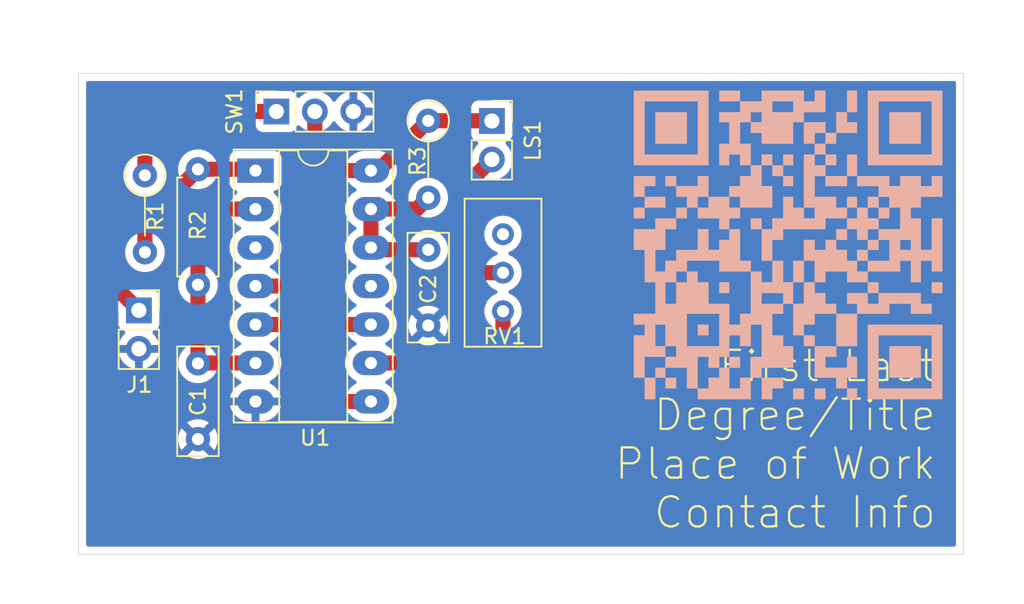
<source format=kicad_pcb>
(kicad_pcb (version 20211014) (generator pcbnew)
  (title_block (title "Business Card") (date "2022-08-22") (rev "2.0"))
  (layers (0 "F.Cu" signal) (31 "B.Cu" signal) (34 "B.Paste" user) (35 "F.Paste" user) (36 "B.SilkS" user "B.Silkscreen") (37 "F.SilkS" user "F.Silkscreen") (38 "B.Mask" user) (39 "F.Mask" user) (44 "Edge.Cuts" user))
  (net 0 "")
  (net 1 "TO_TR_THR_A")
  (net 2 "GND")
  (net 3 "TO_DIS_THR_B")
  (net 4 "+BATT")
  (net 5 "Net-(LS1-Pad2)")
  (net 6 "TO_DIS_A")
  (net 7 "TO_SPEAKER")
  (net 10 "TO_TR_B")
  (net 12 "+9V")
  (footprint "Connector_PinSocket_2.54mm:PinSocket_1x02_P2.54mm_Vertical" (layer "F.Cu") (at 137.965 96.085)
    (fp_text reference "J1" (at 0.035 4.915) (layer "F.SilkS"))
    (fp_text value "Conn_01x02")
    (fp_line (start -1.33 1.27) (end 1.33 1.27) (layer "F.SilkS") (width 0.12))
    (fp_line (start -1.33 1.27) (end -1.33 3.87) (layer "F.SilkS") (width 0.12))
    (fp_line (start 1.33 -1.33) (end 1.33 0) (layer "F.SilkS") (width 0.12))
    (fp_line (start -1.33 3.87) (end 1.33 3.87) (layer "F.SilkS") (width 0.12))
    (fp_line (start 1.33 1.27) (end 1.33 3.87) (layer "F.SilkS") (width 0.12))
    (fp_line (start 0 -1.33) (end 1.33 -1.33) (layer "F.SilkS") (width 0.12))
    (pad "1" thru_hole rect (at 0 0) (size 1.7 1.7) (drill 1) (layers *.Cu *.Mask) (net 4 "+BATT"))
    (pad "2" thru_hole oval (at 0 2.54) (size 1.7 1.7) (drill 1) (layers *.Cu *.Mask) (net 2 "GND"))
  )
  (footprint "Resistor_THT:R_Axial_DIN0207_L6.3mm_D2.5mm_P5.08mm_Vertical" (layer "F.Cu") (at 157.065 83.57 -90)
    (fp_text reference "R3" (at 2.675 0.7 90) (layer "F.SilkS"))
    (fp_text value "R_Photo")
    (fp_line (start 1.37 0) (end 3.98 0) (layer "F.SilkS") (width 0.12))
    (fp_circle (center 0 0) (end 1.37 0) (layer "F.SilkS") (width 0.12) (fill none))
    (pad "1" thru_hole circle (at 0 0 270) (size 1.6 1.6) (drill 0.8) (layers *.Cu *.Mask) (net 12 "+9V"))
    (pad "2" thru_hole oval (at 5.08 0 270) (size 1.6 1.6) (drill 0.8) (layers *.Cu *.Mask) (net 3 "TO_DIS_THR_B"))
  )
  (footprint "Connector_PinSocket_2.54mm:PinSocket_1x03_P2.54mm_Vertical" (layer "F.Cu") (at 147.04 82.96 90)
    (fp_text reference "SW1" (at 0 -2.77 90) (layer "F.SilkS"))
    (fp_text value "SW_SPDT")
    (fp_line (start -1.33 6.41) (end 1.33 6.41) (layer "F.SilkS") (width 0.12))
    (fp_line (start 0 -1.33) (end 1.33 -1.33) (layer "F.SilkS") (width 0.12))
    (fp_line (start -1.33 1.27) (end 1.33 1.27) (layer "F.SilkS") (width 0.12))
    (fp_line (start -1.33 1.27) (end -1.33 6.41) (layer "F.SilkS") (width 0.12))
    (fp_line (start 1.33 1.27) (end 1.33 6.41) (layer "F.SilkS") (width 0.12))
    (fp_line (start 1.33 -1.33) (end 1.33 0) (layer "F.SilkS") (width 0.12))
    (pad "1" thru_hole rect (at 0 0 90) (size 1.7 1.7) (drill 1) (layers *.Cu *.Mask) (net 4 "+BATT"))
    (pad "2" thru_hole oval (at 0 2.54 90) (size 1.7 1.7) (drill 1) (layers *.Cu *.Mask) (net 12 "+9V"))
    (pad "3" thru_hole oval (at 0 5.08 90) (size 1.7 1.7) (drill 1) (layers *.Cu *.Mask) (net 2 "GND"))
  )
  (footprint "Package_DIP:DIP-14_W7.62mm_Socket_LongPads" (layer "F.Cu") (at 145.665 86.86)
    (fp_text reference "U1" (at 3.935 17.64) (layer "F.SilkS"))
    (fp_text value "NE556")
    (fp_line (start -1.44 -1.39) (end -1.44 16.63) (layer "F.SilkS") (width 0.12))
    (fp_line (start 9.06 -1.39) (end -1.44 -1.39) (layer "F.SilkS") (width 0.12))
    (fp_line (start 6.06 -1.33) (end 4.81 -1.33) (layer "F.SilkS") (width 0.12))
    (fp_line (start 9.06 16.63) (end 9.06 -1.39) (layer "F.SilkS") (width 0.12))
    (fp_line (start 1.56 16.57) (end 6.06 16.57) (layer "F.SilkS") (width 0.12))
    (fp_line (start 1.56 -1.33) (end 1.56 16.57) (layer "F.SilkS") (width 0.12))
    (fp_line (start -1.44 16.63) (end 9.06 16.63) (layer "F.SilkS") (width 0.12))
    (fp_line (start 2.81 -1.33) (end 1.56 -1.33) (layer "F.SilkS") (width 0.12))
    (fp_line (start 6.06 16.57) (end 6.06 -1.33) (layer "F.SilkS") (width 0.12))
    (fp_arc (start 4.81 -1.33) (mid 3.81 -0.33) (end 2.81 -1.33) (layer "F.SilkS") (width 0.12))
    (pad "1" thru_hole rect (at 0 0) (size 2.4 1.6) (drill 0.8) (layers *.Cu *.Mask) (net 6 "TO_DIS_A"))
    (pad "2" thru_hole oval (at 0 2.54) (size 2.4 1.6) (drill 0.8) (layers *.Cu *.Mask) (net 1 "TO_TR_THR_A"))
    (pad "3" thru_hole oval (at 0 5.08) (size 2.4 1.6) (drill 0.8) (layers *.Cu *.Mask))
    (pad "4" thru_hole oval (at 0 7.62) (size 2.4 1.6) (drill 0.8) (layers *.Cu *.Mask) (net 12 "+9V"))
    (pad "5" thru_hole oval (at 0 10.16) (size 2.4 1.6) (drill 0.8) (layers *.Cu *.Mask) (net 10 "TO_TR_B"))
    (pad "6" thru_hole oval (at 0 12.7) (size 2.4 1.6) (drill 0.8) (layers *.Cu *.Mask) (net 1 "TO_TR_THR_A"))
    (pad "7" thru_hole oval (at 0 15.24) (size 2.4 1.6) (drill 0.8) (layers *.Cu *.Mask) (net 2 "GND"))
    (pad "8" thru_hole oval (at 7.62 15.24) (size 2.4 1.6) (drill 0.8) (layers *.Cu *.Mask) (net 10 "TO_TR_B"))
    (pad "9" thru_hole oval (at 7.62 12.7) (size 2.4 1.6) (drill 0.8) (layers *.Cu *.Mask) (net 7 "TO_SPEAKER"))
    (pad "10" thru_hole oval (at 7.62 10.16) (size 2.4 1.6) (drill 0.8) (layers *.Cu *.Mask) (net 12 "+9V"))
    (pad "11" thru_hole oval (at 7.62 7.62) (size 2.4 1.6) (drill 0.8) (layers *.Cu *.Mask))
    (pad "12" thru_hole oval (at 7.62 5.08) (size 2.4 1.6) (drill 0.8) (layers *.Cu *.Mask) (net 3 "TO_DIS_THR_B"))
    (pad "13" thru_hole oval (at 7.62 2.54) (size 2.4 1.6) (drill 0.8) (layers *.Cu *.Mask) (net 3 "TO_DIS_THR_B"))
    (pad "14" thru_hole oval (at 7.62 0) (size 2.4 1.6) (drill 0.8) (layers *.Cu *.Mask) (net 12 "+9V"))
  )
  (footprint "Capacitor_THT:C_Disc_D7.0mm_W2.5mm_P5.00mm" (layer "F.Cu") (at 157.065 92.085 -90)
    (fp_text reference "C2" (at 2.6 0 90) (layer "F.SilkS"))
    (fp_text value "0.22u")
    (fp_line (start -1.12 1.37) (end 6.12 1.37) (layer "F.SilkS") (width 0.12))
    (fp_line (start 6.12 -1.37) (end 6.12 1.37) (layer "F.SilkS") (width 0.12))
    (fp_line (start -1.12 -1.37) (end -1.12 1.37) (layer "F.SilkS") (width 0.12))
    (fp_line (start -1.12 -1.37) (end 6.12 -1.37) (layer "F.SilkS") (width 0.12))
    (pad "1" thru_hole circle (at 0 0 270) (size 1.6 1.6) (drill 0.8) (layers *.Cu *.Mask) (net 3 "TO_DIS_THR_B"))
    (pad "2" thru_hole circle (at 5 0 270) (size 1.6 1.6) (drill 0.8) (layers *.Cu *.Mask) (net 2 "GND"))
  )
  (footprint "Resistor_THT:R_Axial_DIN0207_L6.3mm_D2.5mm_P5.08mm_Vertical" (layer "F.Cu") (at 138.365 87.17 -90)
    (fp_text reference "R1" (at 2.715 -0.7 90) (layer "F.SilkS"))
    (fp_text value "R_Photo")
    (fp_line (start 1.37 0) (end 3.98 0) (layer "F.SilkS") (width 0.12))
    (fp_circle (center 0 0) (end 1.37 0) (layer "F.SilkS") (width 0.12) (fill none))
    (pad "1" thru_hole circle (at 0 0 270) (size 1.6 1.6) (drill 0.8) (layers *.Cu *.Mask) (net 12 "+9V"))
    (pad "2" thru_hole oval (at 5.08 0 270) (size 1.6 1.6) (drill 0.8) (layers *.Cu *.Mask) (net 6 "TO_DIS_A"))
  )
  (footprint "Potentiometer_THT:Potentiometer_Bourns_3386C_Horizontal" (layer "F.Cu") (at 162 96.14 180)
    (fp_text reference "RV1" (at -0.1 -1.66) (layer "F.SilkS"))
    (fp_text value "5k")
    (fp_line (start -2.535 -2.345) (end 2.535 -2.345) (layer "F.SilkS") (width 0.12))
    (fp_line (start 2.535 -2.345) (end 2.535 7.425) (layer "F.SilkS") (width 0.12))
    (fp_line (start -2.535 -2.345) (end -2.535 7.425) (layer "F.SilkS") (width 0.12))
    (fp_line (start -2.535 7.425) (end 2.535 7.425) (layer "F.SilkS") (width 0.12))
    (pad "1" thru_hole circle (at 0 0 180) (size 1.44 1.44) (drill 0.8) (layers *.Cu *.Mask) (net 7 "TO_SPEAKER"))
    (pad "2" thru_hole circle (at 0 2.54 180) (size 1.44 1.44) (drill 0.8) (layers *.Cu *.Mask) (net 5 "Net-(LS1-Pad2)"))
    (pad "3" thru_hole circle (at 0 5.08 180) (size 1.44 1.44) (drill 0.8) (layers *.Cu *.Mask))
  )
  (footprint "QR_CODE:qrcode_github" (layer "F.Cu") (at 180.72 91.36)
    (fp_text reference "G***" hide)
    (fp_text value "LOGO" hide)
    (fp_poly (pts (xy -10.0838 -1.3462) (xy -9.3726 -1.3462) (xy -9.3726 -2.0574) (xy -10.0838 -2.0574) (xy -10.0838 -1.3462)) (layer "B.SilkS") (width 0.01) (fill solid))
    (fp_poly (pts (xy -5.8674 6.3754) (xy -5.1562 6.3754) (xy -5.1562 5.6642) (xy -5.8674 5.6642) (xy -5.8674 6.3754)) (layer "B.SilkS") (width 0.01) (fill solid))
    (fp_poly (pts (xy -1.651 -4.8514) (xy -0.9398 -4.8514) (xy -0.9398 -5.5626) (xy -1.651 -5.5626) (xy -1.651 -4.8514)) (layer "B.SilkS") (width 0.01) (fill solid))
    (fp_poly (pts (xy 9.5758 3.5814) (xy 10.287 3.5814) (xy 10.287 2.8702) (xy 9.5758 2.8702) (xy 9.5758 3.5814)) (layer "B.SilkS") (width 0.01) (fill solid))
    (fp_poly (pts (xy -0.2286 -4.8514) (xy 0.4318 -4.8514) (xy 0.4318 -5.5626) (xy -0.2286 -5.5626) (xy -0.2286 -4.8514)) (layer "B.SilkS") (width 0.01) (fill solid))
    (fp_poly (pts (xy -10.0838 -2.7686) (xy -9.3726 -2.7686) (xy -9.3726 -3.4798) (xy -8.6614 -3.4798) (xy -8.6614 -4.1402) (xy -10.0838 -4.1402) (xy -10.0838 -2.7686)) (layer "B.SilkS") (width 0.01) (fill solid))
    (fp_poly (pts (xy -4.445 3.5814) (xy -3.7846 3.5814) (xy -3.7846 2.8702) (xy -4.445 2.8702) (xy -4.445 3.5814)) (layer "B.SilkS") (width 0.01) (fill solid))
    (fp_poly (pts (xy -4.445 -9.0678) (xy -3.0734 -9.0678) (xy -3.0734 -9.779) (xy -4.445 -9.779) (xy -4.445 -9.0678)) (layer "B.SilkS") (width 0.01) (fill solid))
    (fp_poly (pts (xy 3.2766 0.0762) (xy 3.9878 0.0762) (xy 3.9878 -0.635) (xy 3.2766 -0.635) (xy 3.2766 0.0762)) (layer "B.SilkS") (width 0.01) (fill solid))
    (fp_poly (pts (xy 3.9878 10.5918) (xy 4.6482 10.5918) (xy 4.6482 9.8806) (xy 3.9878 9.8806) (xy 3.9878 10.5918)) (layer "B.SilkS") (width 0.01) (fill solid))
    (fp_poly (pts (xy -8.001 8.509) (xy -6.5786 8.509) (xy -6.5786 9.8806) (xy -5.8674 9.8806) (xy -5.8674 10.5918) (xy -2.3622 10.5918) (xy -2.3622 9.1694) (xy -1.651 9.1694) (xy -1.651 8.509) (xy 0.4318 8.509) (xy 0.4318 7.0866) (xy -0.2286 7.0866) (xy -0.2286 6.3754) (xy -0.9398 6.3754) (xy -0.9398 5.6642) (xy -1.651 5.6642) (xy -1.651 7.7978) (xy -2.3622 7.7978) (xy -2.3622 9.1694) (xy -3.0734 9.1694) (xy -3.0734 9.8806) (xy -3.7846 9.8806) (xy -3.7846 8.509) (xy -4.445 8.509) (xy -4.445 9.1694) (xy -5.1562 9.1694) (xy -5.1562 9.8806) (xy -5.8674 9.8806) (xy -5.8674 7.7978) (xy -5.1562 7.7978) (xy -5.1562 8.509) (xy -4.445 8.509) (xy -4.445 7.7978) (xy -3.7846 7.7978) (xy -3.7846 6.3754) (xy -3.0734 6.3754) (xy -3.0734 7.0866) (xy -2.3622 7.0866) (xy -2.3622 5.6642) (xy -1.651 5.6642) (xy -0.9398 5.6642) (xy -0.9398 4.953) (xy -0.2286 4.953) (xy -0.2286 4.2926) (xy 0.4318 4.2926) (xy 0.4318 6.3754) (xy 1.143 6.3754) (xy 1.143 7.0866) (xy 1.8542 7.0866) (xy 1.8542 9.1694) (xy 3.2766 9.1694) (xy 3.2766 9.8806) (xy 3.9878 9.8806) (xy 3.9878 9.1694) (xy 4.6482 9.1694) (xy 4.6482 7.7978) (xy 3.9878 7.7978) (xy 3.9878 8.509) (xy 2.5654 8.509) (xy 2.5654 7.7978) (xy 3.2766 7.7978) (xy 3.2766 7.0866) (xy 4.6482 7.0866) (xy 4.6482 4.953) (xy 6.7818 4.953) (xy 6.7818 4.2926) (xy 8.2042 4.2926) (xy 8.2042 4.953) (xy 9.5758 4.953) (xy 9.5758 4.2926) (xy 8.8646 4.2926) (xy 8.8646 3.5814) (xy 6.0706 3.5814) (xy 6.0706 4.2926) (xy 5.3594 4.2926) (xy 5.3594 3.5814) (xy 6.0706 3.5814) (xy 6.0706 2.8702) (xy 5.3594 2.8702) (xy 5.3594 3.5814) (xy 3.9878 3.5814) (xy 3.9878 4.2926) (xy 4.6482 4.2926) (xy 4.6482 4.953) (xy 3.2766 4.953) (xy 3.2766 7.0866) (xy 1.8542 7.0866) (xy 1.8542 6.3754) (xy 1.143 6.3754) (xy 1.143 5.6642) (xy 1.8542 5.6642) (xy 1.8542 4.953) (xy 3.2766 4.953) (xy 3.2766 4.2926) (xy 2.5654 4.2926) (xy 2.5654 3.5814) (xy 1.8542 3.5814) (xy 1.8542 2.8702) (xy 2.5654 2.8702) (xy 2.5654 2.159) (xy 3.9878 2.159) (xy 3.9878 2.8702) (xy 5.3594 2.8702) (xy 5.3594 2.159) (xy 7.493 2.159) (xy 7.493 1.4478) (xy 8.2042 1.4478) (xy 8.2042 2.8702) (xy 8.8646 2.8702) (xy 8.8646 1.4478) (xy 9.5758 1.4478) (xy 9.5758 2.159) (xy 10.287 2.159) (xy 10.287 -1.3462) (xy 9.5758 -1.3462) (xy 9.5758 0.7366) (xy 8.8646 0.7366) (xy 8.8646 0.0762) (xy 8.2042 0.0762) (xy 8.2042 0.7366) (xy 7.493 0.7366) (xy 7.493 0.0762) (xy 8.2042 0.0762) (xy 8.8646 0.0762) (xy 8.8646 -1.3462) (xy 8.2042 -1.3462) (xy 8.2042 -2.0574) (xy 7.493 -2.0574) (xy 7.493 -0.635) (xy 6.0706 -0.635) (xy 6.0706 0.0762) (xy 6.7818 0.0762) (xy 6.7818 1.4478) (xy 5.3594 1.4478) (xy 5.3594 2.159) (xy 4.6482 2.159) (xy 4.6482 1.4478) (xy 3.9878 1.4478) (xy 3.9878 0.7366) (xy 3.2766 0.7366) (xy 3.2766 0.0762) (xy 2.5654 0.0762) (xy 2.5654 0.7366) (xy 1.8542 0.7366) (xy 1.8542 0.0762) (xy 1.143 0.0762) (xy 1.143 1.4478) (xy 1.8542 1.4478) (xy 1.8542 2.8702) (xy 1.143 2.8702) (xy 1.143 4.2926) (xy 0.4318 4.2926) (xy 0.4318 3.5814) (xy -0.2286 3.5814) (xy -0.2286 4.2926) (xy -1.651 4.2926) (xy -1.651 3.5814) (xy -0.2286 3.5814) (xy 0.4318 3.5814) (xy 0.4318 2.8702) (xy -0.2286 2.8702) (xy -0.2286 1.4478) (xy -0.9398 1.4478) (xy -0.9398 0.0762) (xy -0.2286 0.0762) (xy -0.2286 -0.635) (xy 2.5654 -0.635) (xy 2.5654 -1.3462) (xy 3.9878 -1.3462) (xy 3.9878 -2.0574) (xy 3.2766 -2.0574) (xy 1.8542 -2.0574) (xy 1.8542 -1.3462) (xy 1.143 -1.3462) (xy 1.143 -2.0574) (xy 1.8542 -2.0574) (xy 3.2766 -2.0574) (xy 3.2766 -2.7686) (xy 1.8542 -2.7686) (xy 1.8542 -4.1402) (xy 2.5654 -4.1402) (xy 2.5654 -3.4798) (xy 3.9878 -3.4798) (xy 3.9878 -4.1402) (xy 4.6482 -4.1402) (xy 4.6482 -3.4798) (xy 6.0706 -3.4798) (xy 6.0706 -2.7686) (xy 6.7818 -2.7686) (xy 6.7818 -2.0574) (xy 7.493 -2.0574) (xy 8.2042 -2.0574) (xy 8.8646 -2.0574) (xy 8.8646 -2.7686) (xy 10.287 -2.7686) (xy 10.287 -4.1402) (xy 9.5758 -4.1402) (xy 9.5758 -3.4798) (xy 8.8646 -3.4798) (xy 8.8646 -4.1402) (xy 7.493 -4.1402) (xy 7.493 -3.4798) (xy 6.7818 -3.4798) (xy 6.7818 -4.1402) (xy 4.6482 -4.1402) (xy 4.6482 -5.5626) (xy 3.9878 -5.5626) (xy 3.9878 -4.1402) (xy 2.5654 -4.1402) (xy 2.5654 -4.8514) (xy 3.2766 -4.8514) (xy 3.2766 -5.5626) (xy 2.5654 -5.5626) (xy 2.5654 -4.8514) (xy 1.8542 -4.8514) (xy 1.8542 -5.5626) (xy 2.5654 -5.5626) (xy 2.5654 -6.2738) (xy 3.2766 -6.2738) (xy 3.2766 -6.985) (xy 2.5654 -6.985) (xy 2.5654 -6.2738) (xy 1.8542 -6.2738) (xy 1.8542 -5.5626) (xy 1.143 -5.5626) (xy 1.143 -2.0574) (xy 0.4318 -2.0574) (xy 0.4318 -2.7686) (xy -0.2286 -2.7686) (xy -0.2286 -1.3462) (xy -0.9398 -1.3462) (xy -0.9398 -0.635) (xy -1.651 -0.635) (xy -1.651 1.4478) (xy -0.9398 1.4478) (xy -0.9398 2.8702) (xy -1.651 2.8702) (xy -1.651 2.159) (xy -2.3622 2.159) (xy -2.3622 4.953) (xy -3.0734 4.953) (xy -3.0734 5.6642) (xy -3.7846 5.6642) (xy -3.7846 4.953) (xy -4.445 4.953) (xy -4.445 7.0866) (xy -6.5786 7.0866) (xy -7.2898 7.0866) (xy -7.2898 7.7978) (xy -8.001 7.7978) (xy -8.001 8.509) (xy -8.6614 8.509) (xy -8.6614 9.1694) (xy -9.3726 9.1694) (xy -9.3726 7.7978) (xy -8.001 7.7978) (xy -8.001 7.0866) (xy -7.2898 7.0866) (xy -6.5786 7.0866) (xy -6.5786 5.6642) (xy -8.001 5.6642) (xy -8.001 7.0866) (xy -8.6614 7.0866) (xy -8.6614 5.6642) (xy -8.001 5.6642) (xy -6.5786 5.6642) (xy -6.5786 4.953) (xy -4.445 4.953) (xy -3.7846 4.953) (xy -3.7846 4.2926) (xy -5.1562 4.2926) (xy -5.1562 2.8702) (xy -5.8674 2.8702) (xy -5.8674 2.159) (xy -6.5786 2.159) (xy -6.5786 2.8702) (xy -7.2898 2.8702) (xy -7.2898 4.2926) (xy -8.001 4.2926) (xy -8.001 2.8702) (xy -7.2898 2.8702) (xy -7.2898 2.159) (xy -6.5786 2.159) (xy -6.5786 1.4478) (xy -4.445 1.4478) (xy -4.445 2.159) (xy -2.3622 2.159) (xy -2.3622 1.4478) (xy -3.0734 1.4478) (xy -3.0734 -0.635) (xy -3.7846 -0.635) (xy -3.7846 0.0762) (xy -4.445 0.0762) (xy -4.445 0.7366) (xy -5.1562 0.7366) (xy -5.1562 -0.635) (xy -5.8674 -0.635) (xy -5.8674 0.7366) (xy -7.2898 0.7366) (xy -7.2898 1.4478) (xy -8.001 1.4478) (xy -8.001 2.159) (xy -8.6614 2.159) (xy -8.6614 0.7366) (xy -8.001 0.7366) (xy -8.001 -0.635) (xy -7.2898 -0.635) (xy -7.2898 -1.3462) (xy -6.5786 -1.3462) (xy -6.5786 -2.0574) (xy -5.8674 -2.0574) (xy -5.8674 -1.3462) (xy -4.445 -1.3462) (xy -4.445 -0.635) (xy -3.7846 -0.635) (xy -3.7846 -1.3462) (xy -3.0734 -1.3462) (xy -3.0734 -2.0574) (xy -0.9398 -2.0574) (xy -0.9398 -2.7686) (xy -3.0734 -2.7686) (xy -3.0734 -2.0574) (xy -3.7846 -2.0574) (xy -3.7846 -2.7686) (xy -3.0734 -2.7686) (xy -0.9398 -2.7686) (xy -0.9398 -3.4798) (xy -1.651 -3.4798) (xy -1.651 -4.8514) (xy -2.3622 -4.8514) (xy -2.3622 -6.2738) (xy -3.0734 -6.2738) (xy -3.0734 -7.6962) (xy -2.3622 -7.6962) (xy -2.3622 -6.985) (xy -1.651 -6.985) (xy -1.651 -6.2738) (xy 0.4318 -6.2738) (xy 0.4318 -7.6962) (xy 1.143 -7.6962) (xy 1.143 -6.2738) (xy 1.8542 -6.2738) (xy 1.8542 -6.985) (xy 2.5654 -6.985) (xy 2.5654 -7.6962) (xy 1.143 -7.6962) (xy 1.143 -8.3566) (xy 2.5654 -8.3566) (xy 2.5654 -9.779) (xy 1.8542 -9.779) (xy 1.8542 -9.0678) (xy 1.143 -9.0678) (xy 0.4318 -9.0678) (xy 0.4318 -8.3566) (xy -0.9398 -8.3566) (xy -1.651 -8.3566) (xy -1.651 -7.6962) (xy -2.3622 -7.6962) (xy -2.3622 -8.3566) (xy -1.651 -8.3566) (xy -0.9398 -8.3566) (xy -0.9398 -9.0678) (xy 0.4318 -9.0678) (xy 1.143 -9.0678) (xy 1.143 -9.779) (xy -1.651 -9.779) (xy -1.651 -9.0678) (xy -3.0734 -9.0678) (xy -3.0734 -8.3566) (xy -4.445 -8.3566) (xy -4.445 -7.6962) (xy -3.7846 -7.6962) (xy -3.7846 -6.2738) (xy -4.445 -6.2738) (xy -4.445 -4.8514) (xy -3.7846 -4.8514) (xy -3.7846 -5.5626) (xy -3.0734 -5.5626) (xy -3.0734 -4.8514) (xy -2.3622 -4.8514) (xy -2.3622 -4.1402) (xy -3.0734 -4.1402) (xy -3.0734 -3.4798) (xy -3.7846 -3.4798) (xy -3.7846 -2.7686) (xy -5.1562 -2.7686) (xy -5.1562 -2.0574) (xy -5.8674 -2.0574) (xy -5.8674 -2.7686) (xy -5.1562 -2.7686) (xy -5.1562 -4.1402) (xy -5.8674 -4.1402) (xy -5.8674 -3.4798) (xy -7.2898 -3.4798) (xy -7.2898 -2.7686) (xy -6.5786 -2.7686) (xy -6.5786 -2.0574) (xy -7.2898 -2.0574) (xy -7.2898 -1.3462) (xy -8.6614 -1.3462) (xy -8.6614 -0.635) (xy -10.0838 -0.635) (xy -10.0838 0.7366) (xy -9.3726 0.7366) (xy -9.3726 2.8702) (xy -8.6614 2.8702) (xy -8.6614 4.953) (xy -10.0838 4.953) (xy -10.0838 5.6642) (xy -9.3726 5.6642) (xy -9.3726 6.3754) (xy -10.0838 6.3754) (xy -10.0838 9.1694) (xy -9.3726 9.1694) (xy -9.3726 10.5918) (xy -8.6614 10.5918) (xy -8.6614 9.1694) (xy -8.001 9.1694) (xy -8.001 8.509)) (layer "B.SilkS") (width 0.01) (fill solid))
    (fp_poly (pts (xy -0.2286 -3.4798) (xy 0.4318 -3.4798) (xy 0.4318 -4.1402) (xy -0.2286 -4.1402) (xy -0.2286 -3.4798)) (layer "B.SilkS") (width 0.01) (fill solid))
    (fp_poly (pts (xy 3.2766 -6.985) (xy 4.6482 -6.985) (xy 4.6482 -7.6962) (xy 3.9878 -7.6962) (xy 3.9878 -8.3566) (xy 3.2766 -8.3566) (xy 3.2766 -6.985)) (layer "B.SilkS") (width 0.01) (fill solid))
    (fp_poly (pts (xy 6.7818 -6.2738) (xy 8.8646 -6.2738) (xy 8.8646 -8.3566) (xy 6.7818 -8.3566) (xy 6.7818 -6.2738)) (layer "B.SilkS") (width 0.01) (fill solid))
    (fp_poly (pts (xy -8.001 -3.4798) (xy -7.2898 -3.4798) (xy -7.2898 -4.1402) (xy -8.001 -4.1402) (xy -8.001 -3.4798)) (layer "B.SilkS") (width 0.01) (fill solid))
    (fp_poly (pts (xy -3.7846 8.509) (xy -3.0734 8.509) (xy -3.0734 7.7978) (xy -3.7846 7.7978) (xy -3.7846 8.509)) (layer "B.SilkS") (width 0.01) (fill solid))
    (fp_poly (pts (xy 4.6482 1.4478) (xy 5.3594 1.4478) (xy 5.3594 0.7366) (xy 4.6482 0.7366) (xy 4.6482 1.4478)) (layer "B.SilkS") (width 0.01) (fill solid))
    (fp_poly (pts (xy 5.3594 10.5918) (xy 10.287 10.5918) (xy 10.287 6.3754) (xy 9.5758 6.3754) (xy 9.5758 9.8806) (xy 6.0706 9.8806) (xy 6.0706 6.3754) (xy 9.5758 6.3754) (xy 10.287 6.3754) (xy 10.287 5.6642) (xy 5.3594 5.6642) (xy 5.3594 10.5918)) (layer "B.SilkS") (width 0.01) (fill solid))
    (fp_poly (pts (xy 6.7818 9.1694) (xy 8.8646 9.1694) (xy 8.8646 7.0866) (xy 6.7818 7.0866) (xy 6.7818 9.1694)) (layer "B.SilkS") (width 0.01) (fill solid))
    (fp_poly (pts (xy -1.651 10.5918) (xy -0.9398 10.5918) (xy -0.9398 9.8806) (xy -0.2286 9.8806) (xy -0.2286 9.1694) (xy -1.651 9.1694) (xy -1.651 10.5918)) (layer "B.SilkS") (width 0.01) (fill solid))
    (fp_poly (pts (xy -10.0838 -4.8514) (xy -5.1562 -4.8514) (xy -5.1562 -9.0678) (xy -5.8674 -9.0678) (xy -5.8674 -5.5626) (xy -9.3726 -5.5626) (xy -9.3726 -9.0678) (xy -5.8674 -9.0678) (xy -5.1562 -9.0678) (xy -5.1562 -9.779) (xy -10.0838 -9.779) (xy -10.0838 -4.8514)) (layer "B.SilkS") (width 0.01) (fill solid))
    (fp_poly (pts (xy 3.9878 -2.0574) (xy 4.6482 -2.0574) (xy 4.6482 -2.7686) (xy 3.9878 -2.7686) (xy 3.9878 -2.0574)) (layer "B.SilkS") (width 0.01) (fill solid))
    (fp_poly (pts (xy 4.6482 -2.0574) (xy 4.6482 -1.3462) (xy 3.9878 -1.3462) (xy 3.9878 -0.635) (xy 4.6482 -0.635) (xy 4.6482 0.0762) (xy 5.3594 0.0762) (xy 5.3594 -0.635) (xy 6.0706 -0.635) (xy 6.0706 -1.3462) (xy 6.7818 -1.3462) (xy 6.7818 -2.0574) (xy 6.0706 -2.0574) (xy 6.0706 -1.3462) (xy 5.3594 -1.3462) (xy 5.3594 -2.0574) (xy 6.0706 -2.0574) (xy 6.0706 -2.7686) (xy 5.3594 -2.7686) (xy 5.3594 -2.0574) (xy 4.6482 -2.0574)) (layer "B.SilkS") (width 0.01) (fill solid))
    (fp_poly (pts (xy 1.8542 10.5918) (xy 2.5654 10.5918) (xy 2.5654 9.8806) (xy 1.8542 9.8806) (xy 1.8542 10.5918)) (layer "B.SilkS") (width 0.01) (fill solid))
    (fp_poly (pts (xy -8.001 9.8806) (xy -7.2898 9.8806) (xy -7.2898 9.1694) (xy -8.001 9.1694) (xy -8.001 9.8806)) (layer "B.SilkS") (width 0.01) (fill solid))
    (fp_poly (pts (xy -8.6614 -6.2738) (xy -6.5786 -6.2738) (xy -6.5786 -8.3566) (xy -8.6614 -8.3566) (xy -8.6614 -6.2738)) (layer "B.SilkS") (width 0.01) (fill solid))
    (fp_poly (pts (xy 3.9878 -8.3566) (xy 4.6482 -8.3566) (xy 4.6482 -9.779) (xy 3.9878 -9.779) (xy 3.9878 -8.3566)) (layer "B.SilkS") (width 0.01) (fill solid))
    (fp_poly (pts (xy 0.4318 2.8702) (xy 1.143 2.8702) (xy 1.143 1.4478) (xy 0.4318 1.4478) (xy 0.4318 2.8702)) (layer "B.SilkS") (width 0.01) (fill solid))
    (fp_poly (pts (xy -0.9398 -4.1402) (xy -0.2286 -4.1402) (xy -0.2286 -4.8514) (xy -0.9398 -4.8514) (xy -0.9398 -4.1402)) (layer "B.SilkS") (width 0.01) (fill solid))
    (fp_poly (pts (xy -9.3726 -2.0574) (xy -8.001 -2.0574) (xy -8.001 -2.7686) (xy -9.3726 -2.7686) (xy -9.3726 -2.0574)) (layer "B.SilkS") (width 0.01) (fill solid))
    (fp_poly (pts (xy 5.3594 -4.8514) (xy 10.287 -4.8514) (xy 10.287 -9.0678) (xy 9.5758 -9.0678) (xy 9.5758 -5.5626) (xy 6.0706 -5.5626) (xy 6.0706 -9.0678) (xy 9.5758 -9.0678) (xy 10.287 -9.0678) (xy 10.287 -9.779) (xy 5.3594 -9.779) (xy 5.3594 -4.8514)) (layer "B.SilkS") (width 0.01) (fill solid))
    (fp_poly (pts (xy -2.3622 -0.635) (xy -1.651 -0.635) (xy -1.651 -1.3462) (xy -2.3622 -1.3462) (xy -2.3622 -0.635)) (layer "B.SilkS") (width 0.01) (fill solid))
    (fp_poly (pts (xy 5.3594 0.7366) (xy 6.0706 0.7366) (xy 6.0706 0.0762) (xy 5.3594 0.0762) (xy 5.3594 0.7366)) (layer "B.SilkS") (width 0.01) (fill solid))
    (fp_poly (pts (xy 0.4318 10.5918) (xy 1.143 10.5918) (xy 1.143 9.8806) (xy 0.4318 9.8806) (xy 0.4318 10.5918)) (layer "B.SilkS") (width 0.01) (fill solid))
  )
  (footprint "Capacitor_THT:C_Disc_D7.0mm_W2.5mm_P5.00mm" (layer "F.Cu") (at 141.865 99.585 -90)
    (fp_text reference "C1" (at 2.5 0 90) (layer "F.SilkS"))
    (fp_text value "0.22u")
    (fp_line (start -1.12 -1.37) (end -1.12 1.37) (layer "F.SilkS") (width 0.12))
    (fp_line (start -1.12 1.37) (end 6.12 1.37) (layer "F.SilkS") (width 0.12))
    (fp_line (start -1.12 -1.37) (end 6.12 -1.37) (layer "F.SilkS") (width 0.12))
    (fp_line (start 6.12 -1.37) (end 6.12 1.37) (layer "F.SilkS") (width 0.12))
    (pad "1" thru_hole circle (at 0 0 270) (size 1.6 1.6) (drill 0.8) (layers *.Cu *.Mask) (net 1 "TO_TR_THR_A"))
    (pad "2" thru_hole circle (at 5 0 270) (size 1.6 1.6) (drill 0.8) (layers *.Cu *.Mask) (net 2 "GND"))
  )
  (footprint "Connector_PinSocket_2.54mm:PinSocket_1x02_P2.54mm_Vertical" (layer "F.Cu") (at 161.265 83.585)
    (fp_text reference "LS1" (at 2.7 1.3 270) (layer "F.SilkS"))
    (fp_text value "Speaker")
    (fp_line (start -1.33 1.27) (end 1.33 1.27) (layer "F.SilkS") (width 0.12))
    (fp_line (start 0 -1.33) (end 1.33 -1.33) (layer "F.SilkS") (width 0.12))
    (fp_line (start -1.33 3.87) (end 1.33 3.87) (layer "F.SilkS") (width 0.12))
    (fp_line (start 1.33 1.27) (end 1.33 3.87) (layer "F.SilkS") (width 0.12))
    (fp_line (start -1.33 1.27) (end -1.33 3.87) (layer "F.SilkS") (width 0.12))
    (fp_line (start 1.33 -1.33) (end 1.33 0) (layer "F.SilkS") (width 0.12))
    (pad "1" thru_hole rect (at 0 0) (size 1.7 1.7) (drill 1) (layers *.Cu *.Mask) (net 12 "+9V"))
    (pad "2" thru_hole oval (at 0 2.54) (size 1.7 1.7) (drill 1) (layers *.Cu *.Mask) (net 5 "Net-(LS1-Pad2)"))
  )
  (footprint "Resistor_THT:R_Axial_DIN0207_L6.3mm_D2.5mm_P7.62mm_Horizontal" (layer "F.Cu") (at 141.865 86.775 -90)
    (fp_text reference "R2" (at 3.71 0 90) (layer "F.SilkS"))
    (fp_text value "1k")
    (fp_line (start 0.54 1.37) (end 7.08 1.37) (layer "F.SilkS") (width 0.12))
    (fp_line (start 0.54 -1.04) (end 0.54 -1.37) (layer "F.SilkS") (width 0.12))
    (fp_line (start 7.08 -1.37) (end 7.08 -1.04) (layer "F.SilkS") (width 0.12))
    (fp_line (start 0.54 1.04) (end 0.54 1.37) (layer "F.SilkS") (width 0.12))
    (fp_line (start 0.54 -1.37) (end 7.08 -1.37) (layer "F.SilkS") (width 0.12))
    (fp_line (start 7.08 1.37) (end 7.08 1.04) (layer "F.SilkS") (width 0.12))
    (pad "1" thru_hole circle (at 0 0 270) (size 1.6 1.6) (drill 0.8) (layers *.Cu *.Mask) (net 6 "TO_DIS_A"))
    (pad "2" thru_hole oval (at 7.62 0 270) (size 1.6 1.6) (drill 0.8) (layers *.Cu *.Mask) (net 1 "TO_TR_THR_A"))
  )
  (gr_line (start 192.404 112.188) (end 192.404 80.438) (layer "Edge.Cuts") (width 0.05))
  (gr_line (start 133.984 80.438) (end 133.984 112.188) (layer "Edge.Cuts") (width 0.05))
  (gr_line (start 192.404 80.438) (end 133.984 80.438) (layer "Edge.Cuts") (width 0.05))
  (gr_line (start 133.984 112.188) (end 192.404 112.188) (layer "Edge.Cuts") (width 0.05))
  (gr_text "First Last\nDegree/Title\nPlace of Work\nContact Info" (at 190.7 104.6) (layer "F.SilkS") (effects (font (size 2 2)) (justify right)))
  (segment (start 141.865 90.685) (end 143.15 89.4) (width 1) (layer "F.Cu") (net 1))
  (segment (start 141.865 94.395) (end 141.865 90.685) (width 1) (layer "F.Cu") (net 1))
  (segment (start 143.15 89.4) (end 145.665 89.4) (width 1) (layer "F.Cu") (net 1))
  (segment (start 145.665 99.56) (end 141.89 99.56) (width 1) (layer "F.Cu") (net 1))
  (segment (start 141.89 99.56) (end 141.865 99.585) (width 1) (layer "F.Cu") (net 1))
  (segment (start 141.865 94.395) (end 141.865 99.585) (width 1) (layer "F.Cu") (net 1))
  (segment (start 156.315 89.4) (end 157.065 88.65) (width 1) (layer "F.Cu") (net 3))
  (segment (start 157.065 92.085) (end 153.43 92.085) (width 1) (layer "F.Cu") (net 3))
  (segment (start 153.285 89.4) (end 156.315 89.4) (width 1) (layer "F.Cu") (net 3))
  (segment (start 153.43 92.085) (end 153.285 91.94) (width 1) (layer "F.Cu") (net 3))
  (segment (start 153.285 91.94) (end 153.285 89.4) (width 1) (layer "F.Cu") (net 3))
  (segment (start 135.765 85.385) (end 138.19 82.96) (width 1) (layer "F.Cu") (net 4))
  (segment (start 138.19 82.96) (end 147.04 82.96) (width 1) (layer "F.Cu") (net 4))
  (segment (start 135.765 93.885) (end 135.765 85.385) (width 1) (layer "F.Cu") (net 4))
  (segment (start 137.965 96.085) (end 135.765 93.885) (width 1) (layer "F.Cu") (net 4))
  (segment (start 159.865 92.765) (end 160.7 93.6) (width 1) (layer "F.Cu") (net 5))
  (segment (start 159.865 87.525) (end 159.865 92.765) (width 1) (layer "F.Cu") (net 5))
  (segment (start 159.865 87.525) (end 161.265 86.125) (width 1) (layer "F.Cu") (net 5))
  (segment (start 160.7 93.6) (end 162 93.6) (width 1) (layer "F.Cu") (net 5))
  (segment (start 145.58 86.775) (end 145.665 86.86) (width 1) (layer "F.Cu") (net 6))
  (segment (start 138.365 92.25) (end 138.365 90.275) (width 1) (layer "F.Cu") (net 6))
  (segment (start 141.865 86.775) (end 145.58 86.775) (width 1) (layer "F.Cu") (net 6))
  (segment (start 138.365 90.275) (end 141.865 86.775) (width 1) (layer "F.Cu") (net 6))
  (segment (start 162 98.2) (end 162 96.14) (width 1) (layer "F.Cu") (net 7))
  (segment (start 153.285 99.56) (end 160.64 99.56) (width 1) (layer "F.Cu") (net 7))
  (segment (start 160.64 99.56) (end 162 98.2) (width 1) (layer "F.Cu") (net 7))
  (segment (start 148 97.02) (end 145.665 97.02) (width 1) (layer "F.Cu") (net 10))
  (segment (start 153.285 102.1) (end 150.98 102.1) (width 1) (layer "F.Cu") (net 10))
  (segment (start 149.065 98.085) (end 148 97.02) (width 1) (layer "F.Cu") (net 10))
  (segment (start 149.065 100.185) (end 149.065 98.085) (width 1) (layer "F.Cu") (net 10))
  (segment (start 150.98 102.1) (end 149.065 100.185) (width 1) (layer "F.Cu") (net 10))
  (segment (start 149.58 87.07) (end 149.58 84.9) (width 1) (layer "F.Cu") (net 12))
  (segment (start 139.25 84.9) (end 149.58 84.9) (width 1) (layer "F.Cu") (net 12))
  (segment (start 153.775 86.86) (end 157.065 83.57) (width 1) (layer "F.Cu") (net 12))
  (segment (start 148.36 94.48) (end 149.58 93.26) (width 1) (layer "F.Cu") (net 12))
  (segment (start 148.36 94.48) (end 150.9 97.02) (width 1) (layer "F.Cu") (net 12))
  (segment (start 149.58 84.9) (end 149.58 82.96) (width 1) (layer "F.Cu") (net 12))
  (segment (start 150.9 97.02) (end 153.285 97.02) (width 1) (layer "F.Cu") (net 12))
  (segment (start 161.25 83.57) (end 161.265 83.585) (width 1) (layer "F.Cu") (net 12))
  (segment (start 153.285 86.86) (end 149.79 86.86) (width 1) (layer "F.Cu") (net 12))
  (segment (start 149.58 93.26) (end 149.58 87.07) (width 1) (layer "F.Cu") (net 12))
  (segment (start 153.285 86.86) (end 153.775 86.86) (width 1) (layer "F.Cu") (net 12))
  (segment (start 138.365 85.785) (end 139.25 84.9) (width 1) (layer "F.Cu") (net 12))
  (segment (start 157.065 83.57) (end 161.25 83.57) (width 1) (layer "F.Cu") (net 12))
  (segment (start 149.79 86.86) (end 149.58 87.07) (width 1) (layer "F.Cu") (net 12))
  (segment (start 145.665 94.48) (end 148.36 94.48) (width 1) (layer "F.Cu") (net 12))
  (segment (start 138.365 87.17) (end 138.365 85.785) (width 1) (layer "F.Cu") (net 12))
  (zone (net 2) (net_name "GND") (layers F&B.Cu) (name "GND") (connect_pads (clearance 0.508)) (min_thickness 0.254) (fill yes (thermal_gap 0.508) (thermal_bridge_width 0.508))
    (polygon (pts (xy 196.3 76.1) (xy 196.4 115.5) (xy 128.9 115.3) (xy 128.8 75.6)))
  )
)
</source>
